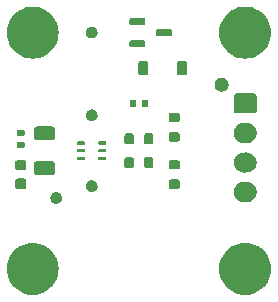
<source format=gts>
%TF.GenerationSoftware,KiCad,Pcbnew,8.0.2*%
%TF.CreationDate,2024-12-26T16:28:57-05:00*%
%TF.ProjectId,Lumen Sensor,4c756d65-6e20-4536-956e-736f722e6b69,rev?*%
%TF.SameCoordinates,Original*%
%TF.FileFunction,Soldermask,Top*%
%TF.FilePolarity,Negative*%
%FSLAX46Y46*%
G04 Gerber Fmt 4.6, Leading zero omitted, Abs format (unit mm)*
G04 Created by KiCad (PCBNEW 8.0.2) date 2024-12-26 16:28:57*
%MOMM*%
%LPD*%
G01*
G04 APERTURE LIST*
G04 APERTURE END LIST*
G36*
X99287158Y-62818821D02*
G01*
X99569402Y-62874963D01*
X99841904Y-62967465D01*
X100100000Y-63094744D01*
X100339275Y-63254623D01*
X100555635Y-63444365D01*
X100745377Y-63660725D01*
X100905256Y-63900000D01*
X101032535Y-64158096D01*
X101125037Y-64430598D01*
X101181179Y-64712842D01*
X101200000Y-65000000D01*
X101181179Y-65287158D01*
X101125037Y-65569402D01*
X101032535Y-65841904D01*
X100905256Y-66100000D01*
X100745377Y-66339275D01*
X100555635Y-66555635D01*
X100339275Y-66745377D01*
X100100000Y-66905256D01*
X99841904Y-67032535D01*
X99569402Y-67125037D01*
X99287158Y-67181179D01*
X99000000Y-67200000D01*
X98712842Y-67181179D01*
X98430598Y-67125037D01*
X98158096Y-67032535D01*
X97900000Y-66905256D01*
X97660725Y-66745377D01*
X97444365Y-66555635D01*
X97254623Y-66339275D01*
X97094744Y-66100000D01*
X96967465Y-65841904D01*
X96874963Y-65569402D01*
X96818821Y-65287158D01*
X96800000Y-65000000D01*
X96818821Y-64712842D01*
X96874963Y-64430598D01*
X96967465Y-64158096D01*
X97094744Y-63900000D01*
X97254623Y-63660725D01*
X97444365Y-63444365D01*
X97660725Y-63254623D01*
X97900000Y-63094744D01*
X98158096Y-62967465D01*
X98430598Y-62874963D01*
X98712842Y-62818821D01*
X99000000Y-62800000D01*
X99287158Y-62818821D01*
G37*
G36*
X117287158Y-62818821D02*
G01*
X117569402Y-62874963D01*
X117841904Y-62967465D01*
X118100000Y-63094744D01*
X118339275Y-63254623D01*
X118555635Y-63444365D01*
X118745377Y-63660725D01*
X118905256Y-63900000D01*
X119032535Y-64158096D01*
X119125037Y-64430598D01*
X119181179Y-64712842D01*
X119200000Y-65000000D01*
X119181179Y-65287158D01*
X119125037Y-65569402D01*
X119032535Y-65841904D01*
X118905256Y-66100000D01*
X118745377Y-66339275D01*
X118555635Y-66555635D01*
X118339275Y-66745377D01*
X118100000Y-66905256D01*
X117841904Y-67032535D01*
X117569402Y-67125037D01*
X117287158Y-67181179D01*
X117000000Y-67200000D01*
X116712842Y-67181179D01*
X116430598Y-67125037D01*
X116158096Y-67032535D01*
X115900000Y-66905256D01*
X115660725Y-66745377D01*
X115444365Y-66555635D01*
X115254623Y-66339275D01*
X115094744Y-66100000D01*
X114967465Y-65841904D01*
X114874963Y-65569402D01*
X114818821Y-65287158D01*
X114800000Y-65000000D01*
X114818821Y-64712842D01*
X114874963Y-64430598D01*
X114967465Y-64158096D01*
X115094744Y-63900000D01*
X115254623Y-63660725D01*
X115444365Y-63444365D01*
X115660725Y-63254623D01*
X115900000Y-63094744D01*
X116158096Y-62967465D01*
X116430598Y-62874963D01*
X116712842Y-62818821D01*
X117000000Y-62800000D01*
X117287158Y-62818821D01*
G37*
G36*
X101035381Y-58505089D02*
G01*
X101071157Y-58505089D01*
X101100235Y-58513627D01*
X101129296Y-58517453D01*
X101168332Y-58533622D01*
X101207708Y-58545184D01*
X101228491Y-58558540D01*
X101249783Y-58567360D01*
X101288798Y-58597297D01*
X101327430Y-58622125D01*
X101339883Y-58636497D01*
X101353249Y-58646753D01*
X101387899Y-58691910D01*
X101420627Y-58729680D01*
X101426134Y-58741738D01*
X101432638Y-58750215D01*
X101458322Y-58812222D01*
X101479746Y-58859134D01*
X101480805Y-58866500D01*
X101482546Y-58870703D01*
X101494880Y-58964390D01*
X101500000Y-59000000D01*
X101494879Y-59035612D01*
X101482546Y-59129296D01*
X101480805Y-59133498D01*
X101479746Y-59140866D01*
X101458321Y-59187780D01*
X101432639Y-59249783D01*
X101426134Y-59258259D01*
X101420627Y-59270320D01*
X101387887Y-59308103D01*
X101353247Y-59353247D01*
X101339887Y-59363498D01*
X101327430Y-59377875D01*
X101288788Y-59402708D01*
X101249783Y-59432639D01*
X101228496Y-59441456D01*
X101207708Y-59454816D01*
X101168323Y-59466380D01*
X101129296Y-59482546D01*
X101100241Y-59486371D01*
X101071157Y-59494911D01*
X101035374Y-59494911D01*
X101000000Y-59499568D01*
X100964626Y-59494911D01*
X100928843Y-59494911D01*
X100899759Y-59486371D01*
X100870703Y-59482546D01*
X100831672Y-59466379D01*
X100792292Y-59454816D01*
X100771505Y-59441457D01*
X100750216Y-59432639D01*
X100711204Y-59402704D01*
X100672570Y-59377875D01*
X100660114Y-59363500D01*
X100646752Y-59353247D01*
X100612103Y-59308093D01*
X100579373Y-59270320D01*
X100573866Y-59258262D01*
X100567360Y-59249783D01*
X100541668Y-59187757D01*
X100520254Y-59140866D01*
X100519195Y-59133502D01*
X100517453Y-59129296D01*
X100505108Y-59035529D01*
X100500000Y-59000000D01*
X100505108Y-58964473D01*
X100517453Y-58870703D01*
X100519195Y-58866496D01*
X100520254Y-58859134D01*
X100541666Y-58812245D01*
X100567361Y-58750215D01*
X100573867Y-58741735D01*
X100579373Y-58729680D01*
X100612089Y-58691923D01*
X100646751Y-58646751D01*
X100660120Y-58636491D01*
X100672570Y-58622125D01*
X100711192Y-58597303D01*
X100750215Y-58567361D01*
X100771508Y-58558541D01*
X100792292Y-58545184D01*
X100831665Y-58533622D01*
X100870703Y-58517453D01*
X100899765Y-58513626D01*
X100928843Y-58505089D01*
X100964618Y-58505089D01*
X101000000Y-58500431D01*
X101035381Y-58505089D01*
G37*
G36*
X117208315Y-57654093D02*
G01*
X117371742Y-57686601D01*
X117525687Y-57750367D01*
X117664234Y-57842941D01*
X117782059Y-57960766D01*
X117874633Y-58099313D01*
X117938399Y-58253258D01*
X117970907Y-58416685D01*
X117970907Y-58583315D01*
X117938399Y-58746742D01*
X117874633Y-58900687D01*
X117782059Y-59039234D01*
X117664234Y-59157059D01*
X117525687Y-59249633D01*
X117371742Y-59313399D01*
X117208315Y-59345907D01*
X116875000Y-59350000D01*
X116791685Y-59345907D01*
X116628258Y-59313399D01*
X116474313Y-59249633D01*
X116335766Y-59157059D01*
X116217941Y-59039234D01*
X116125367Y-58900687D01*
X116061601Y-58746742D01*
X116029093Y-58583315D01*
X116029093Y-58416685D01*
X116061601Y-58253258D01*
X116125367Y-58099313D01*
X116217941Y-57960766D01*
X116335766Y-57842941D01*
X116474313Y-57750367D01*
X116628258Y-57686601D01*
X116791685Y-57654093D01*
X117125000Y-57650000D01*
X117208315Y-57654093D01*
G37*
G36*
X104035381Y-57505089D02*
G01*
X104071157Y-57505089D01*
X104100235Y-57513627D01*
X104129296Y-57517453D01*
X104168332Y-57533622D01*
X104207708Y-57545184D01*
X104228491Y-57558540D01*
X104249783Y-57567360D01*
X104288798Y-57597297D01*
X104327430Y-57622125D01*
X104339883Y-57636497D01*
X104353249Y-57646753D01*
X104387899Y-57691910D01*
X104420627Y-57729680D01*
X104426134Y-57741738D01*
X104432638Y-57750215D01*
X104458322Y-57812222D01*
X104479746Y-57859134D01*
X104480805Y-57866500D01*
X104482546Y-57870703D01*
X104494880Y-57964390D01*
X104500000Y-58000000D01*
X104494879Y-58035612D01*
X104482546Y-58129296D01*
X104480805Y-58133498D01*
X104479746Y-58140866D01*
X104458321Y-58187780D01*
X104432639Y-58249783D01*
X104426134Y-58258259D01*
X104420627Y-58270320D01*
X104387887Y-58308103D01*
X104353247Y-58353247D01*
X104339887Y-58363498D01*
X104327430Y-58377875D01*
X104288788Y-58402708D01*
X104249783Y-58432639D01*
X104228496Y-58441456D01*
X104207708Y-58454816D01*
X104168323Y-58466380D01*
X104129296Y-58482546D01*
X104100241Y-58486371D01*
X104071157Y-58494911D01*
X104035374Y-58494911D01*
X104000000Y-58499568D01*
X103964626Y-58494911D01*
X103928843Y-58494911D01*
X103899759Y-58486371D01*
X103870703Y-58482546D01*
X103831672Y-58466379D01*
X103792292Y-58454816D01*
X103771505Y-58441457D01*
X103750216Y-58432639D01*
X103711204Y-58402704D01*
X103672570Y-58377875D01*
X103660114Y-58363500D01*
X103646752Y-58353247D01*
X103612103Y-58308093D01*
X103579373Y-58270320D01*
X103573866Y-58258262D01*
X103567360Y-58249783D01*
X103541668Y-58187757D01*
X103520254Y-58140866D01*
X103519195Y-58133502D01*
X103517453Y-58129296D01*
X103505108Y-58035529D01*
X103500000Y-58000000D01*
X103505108Y-57964473D01*
X103517453Y-57870703D01*
X103519195Y-57866496D01*
X103520254Y-57859134D01*
X103541666Y-57812245D01*
X103567361Y-57750215D01*
X103573867Y-57741735D01*
X103579373Y-57729680D01*
X103612089Y-57691923D01*
X103646751Y-57646751D01*
X103660120Y-57636491D01*
X103672570Y-57622125D01*
X103711192Y-57597303D01*
X103750215Y-57567361D01*
X103771508Y-57558541D01*
X103792292Y-57545184D01*
X103831665Y-57533622D01*
X103870703Y-57517453D01*
X103899765Y-57513626D01*
X103928843Y-57505089D01*
X103964618Y-57505089D01*
X104000000Y-57500431D01*
X104035381Y-57505089D01*
G37*
G36*
X98339962Y-57366651D02*
G01*
X98410930Y-57414070D01*
X98458349Y-57485038D01*
X98475000Y-57568750D01*
X98475000Y-58006250D01*
X98458349Y-58089962D01*
X98410930Y-58160930D01*
X98339962Y-58208349D01*
X98256250Y-58225000D01*
X97743750Y-58225000D01*
X97660038Y-58208349D01*
X97589070Y-58160930D01*
X97541651Y-58089962D01*
X97525000Y-58006250D01*
X97525000Y-57568750D01*
X97541651Y-57485038D01*
X97589070Y-57414070D01*
X97660038Y-57366651D01*
X97743750Y-57350000D01*
X98256250Y-57350000D01*
X98339962Y-57366651D01*
G37*
G36*
X111351537Y-57440224D02*
G01*
X111416421Y-57483579D01*
X111459776Y-57548463D01*
X111475000Y-57625000D01*
X111475000Y-58025000D01*
X111459776Y-58101537D01*
X111416421Y-58166421D01*
X111351537Y-58209776D01*
X111275000Y-58225000D01*
X110725000Y-58225000D01*
X110648463Y-58209776D01*
X110583579Y-58166421D01*
X110540224Y-58101537D01*
X110525000Y-58025000D01*
X110525000Y-57625000D01*
X110540224Y-57548463D01*
X110583579Y-57483579D01*
X110648463Y-57440224D01*
X110725000Y-57425000D01*
X111275000Y-57425000D01*
X111351537Y-57440224D01*
G37*
G36*
X100654047Y-55900805D02*
G01*
X100705408Y-55906764D01*
X100722954Y-55914511D01*
X100745671Y-55919030D01*
X100769991Y-55935280D01*
X100790793Y-55944465D01*
X100805000Y-55958672D01*
X100826777Y-55973223D01*
X100841327Y-55994999D01*
X100855534Y-56009206D01*
X100864718Y-56030006D01*
X100880970Y-56054329D01*
X100885489Y-56077048D01*
X100893235Y-56094591D01*
X100899192Y-56145940D01*
X100900000Y-56150000D01*
X100900000Y-56800000D01*
X100899192Y-56804059D01*
X100893235Y-56855408D01*
X100885489Y-56872950D01*
X100880970Y-56895671D01*
X100864716Y-56919995D01*
X100855534Y-56940793D01*
X100841329Y-56954997D01*
X100826777Y-56976777D01*
X100804997Y-56991329D01*
X100790793Y-57005534D01*
X100769995Y-57014716D01*
X100745671Y-57030970D01*
X100722950Y-57035489D01*
X100705408Y-57043235D01*
X100654061Y-57049192D01*
X100650000Y-57050000D01*
X99350000Y-57050000D01*
X99345941Y-57049192D01*
X99294591Y-57043235D01*
X99277048Y-57035489D01*
X99254329Y-57030970D01*
X99230006Y-57014718D01*
X99209206Y-57005534D01*
X99194999Y-56991327D01*
X99173223Y-56976777D01*
X99158672Y-56955000D01*
X99144465Y-56940793D01*
X99135280Y-56919991D01*
X99119030Y-56895671D01*
X99114511Y-56872954D01*
X99106764Y-56855408D01*
X99100805Y-56804049D01*
X99100000Y-56800000D01*
X99100000Y-56150000D01*
X99100804Y-56145953D01*
X99106764Y-56094591D01*
X99114511Y-56077043D01*
X99119030Y-56054329D01*
X99135278Y-56030010D01*
X99144465Y-56009206D01*
X99158674Y-55994996D01*
X99173223Y-55973223D01*
X99194996Y-55958674D01*
X99209206Y-55944465D01*
X99230010Y-55935278D01*
X99254329Y-55919030D01*
X99277043Y-55914511D01*
X99294591Y-55906764D01*
X99345952Y-55900805D01*
X99350000Y-55900000D01*
X100650000Y-55900000D01*
X100654047Y-55900805D01*
G37*
G36*
X117208315Y-55154093D02*
G01*
X117371742Y-55186601D01*
X117525687Y-55250367D01*
X117664234Y-55342941D01*
X117782059Y-55460766D01*
X117874633Y-55599313D01*
X117938399Y-55753258D01*
X117970907Y-55916685D01*
X117970907Y-56083315D01*
X117938399Y-56246742D01*
X117874633Y-56400687D01*
X117782059Y-56539234D01*
X117664234Y-56657059D01*
X117525687Y-56749633D01*
X117371742Y-56813399D01*
X117208315Y-56845907D01*
X116875000Y-56850000D01*
X116791685Y-56845907D01*
X116628258Y-56813399D01*
X116474313Y-56749633D01*
X116335766Y-56657059D01*
X116217941Y-56539234D01*
X116125367Y-56400687D01*
X116061601Y-56246742D01*
X116029093Y-56083315D01*
X116029093Y-55916685D01*
X116061601Y-55753258D01*
X116125367Y-55599313D01*
X116217941Y-55460766D01*
X116335766Y-55342941D01*
X116474313Y-55250367D01*
X116628258Y-55186601D01*
X116791685Y-55154093D01*
X117125000Y-55150000D01*
X117208315Y-55154093D01*
G37*
G36*
X98339962Y-55791651D02*
G01*
X98410930Y-55839070D01*
X98458349Y-55910038D01*
X98475000Y-55993750D01*
X98475000Y-56431250D01*
X98458349Y-56514962D01*
X98410930Y-56585930D01*
X98339962Y-56633349D01*
X98256250Y-56650000D01*
X97743750Y-56650000D01*
X97660038Y-56633349D01*
X97589070Y-56585930D01*
X97541651Y-56514962D01*
X97525000Y-56431250D01*
X97525000Y-55993750D01*
X97541651Y-55910038D01*
X97589070Y-55839070D01*
X97660038Y-55791651D01*
X97743750Y-55775000D01*
X98256250Y-55775000D01*
X98339962Y-55791651D01*
G37*
G36*
X111351537Y-55790224D02*
G01*
X111416421Y-55833579D01*
X111459776Y-55898463D01*
X111475000Y-55975000D01*
X111475000Y-56375000D01*
X111459776Y-56451537D01*
X111416421Y-56516421D01*
X111351537Y-56559776D01*
X111275000Y-56575000D01*
X110725000Y-56575000D01*
X110648463Y-56559776D01*
X110583579Y-56516421D01*
X110540224Y-56451537D01*
X110525000Y-56375000D01*
X110525000Y-55975000D01*
X110540224Y-55898463D01*
X110583579Y-55833579D01*
X110648463Y-55790224D01*
X110725000Y-55775000D01*
X111275000Y-55775000D01*
X111351537Y-55790224D01*
G37*
G36*
X107451537Y-55540224D02*
G01*
X107516421Y-55583579D01*
X107559776Y-55648463D01*
X107575000Y-55725000D01*
X107575000Y-56275000D01*
X107559776Y-56351537D01*
X107516421Y-56416421D01*
X107451537Y-56459776D01*
X107375000Y-56475000D01*
X106975000Y-56475000D01*
X106898463Y-56459776D01*
X106833579Y-56416421D01*
X106790224Y-56351537D01*
X106775000Y-56275000D01*
X106775000Y-55725000D01*
X106790224Y-55648463D01*
X106833579Y-55583579D01*
X106898463Y-55540224D01*
X106975000Y-55525000D01*
X107375000Y-55525000D01*
X107451537Y-55540224D01*
G37*
G36*
X109101537Y-55540224D02*
G01*
X109166421Y-55583579D01*
X109209776Y-55648463D01*
X109225000Y-55725000D01*
X109225000Y-56275000D01*
X109209776Y-56351537D01*
X109166421Y-56416421D01*
X109101537Y-56459776D01*
X109025000Y-56475000D01*
X108625000Y-56475000D01*
X108548463Y-56459776D01*
X108483579Y-56416421D01*
X108440224Y-56351537D01*
X108425000Y-56275000D01*
X108425000Y-55725000D01*
X108440224Y-55648463D01*
X108483579Y-55583579D01*
X108548463Y-55540224D01*
X108625000Y-55525000D01*
X109025000Y-55525000D01*
X109101537Y-55540224D01*
G37*
G36*
X103378701Y-55505709D02*
G01*
X103403033Y-55521967D01*
X103419291Y-55546299D01*
X103425000Y-55575000D01*
X103425000Y-55725000D01*
X103419291Y-55753701D01*
X103403033Y-55778033D01*
X103378701Y-55794291D01*
X103350000Y-55800000D01*
X102850000Y-55800000D01*
X102821299Y-55794291D01*
X102796967Y-55778033D01*
X102780709Y-55753701D01*
X102775000Y-55725000D01*
X102775000Y-55575000D01*
X102780709Y-55546299D01*
X102796967Y-55521967D01*
X102821299Y-55505709D01*
X102850000Y-55500000D01*
X103350000Y-55500000D01*
X103378701Y-55505709D01*
G37*
G36*
X105178701Y-55505709D02*
G01*
X105203033Y-55521967D01*
X105219291Y-55546299D01*
X105225000Y-55575000D01*
X105225000Y-55725000D01*
X105219291Y-55753701D01*
X105203033Y-55778033D01*
X105178701Y-55794291D01*
X105150000Y-55800000D01*
X104650000Y-55800000D01*
X104621299Y-55794291D01*
X104596967Y-55778033D01*
X104580709Y-55753701D01*
X104575000Y-55725000D01*
X104575000Y-55575000D01*
X104580709Y-55546299D01*
X104596967Y-55521967D01*
X104621299Y-55505709D01*
X104650000Y-55500000D01*
X105150000Y-55500000D01*
X105178701Y-55505709D01*
G37*
G36*
X103378701Y-54855709D02*
G01*
X103403033Y-54871967D01*
X103419291Y-54896299D01*
X103425000Y-54925000D01*
X103425000Y-55075000D01*
X103419291Y-55103701D01*
X103403033Y-55128033D01*
X103378701Y-55144291D01*
X103350000Y-55150000D01*
X102850000Y-55150000D01*
X102821299Y-55144291D01*
X102796967Y-55128033D01*
X102780709Y-55103701D01*
X102775000Y-55075000D01*
X102775000Y-54925000D01*
X102780709Y-54896299D01*
X102796967Y-54871967D01*
X102821299Y-54855709D01*
X102850000Y-54850000D01*
X103350000Y-54850000D01*
X103378701Y-54855709D01*
G37*
G36*
X105178701Y-54855709D02*
G01*
X105203033Y-54871967D01*
X105219291Y-54896299D01*
X105225000Y-54925000D01*
X105225000Y-55075000D01*
X105219291Y-55103701D01*
X105203033Y-55128033D01*
X105178701Y-55144291D01*
X105150000Y-55150000D01*
X104650000Y-55150000D01*
X104621299Y-55144291D01*
X104596967Y-55128033D01*
X104580709Y-55103701D01*
X104575000Y-55075000D01*
X104575000Y-54925000D01*
X104580709Y-54896299D01*
X104596967Y-54871967D01*
X104621299Y-54855709D01*
X104650000Y-54850000D01*
X105150000Y-54850000D01*
X105178701Y-54855709D01*
G37*
G36*
X98236662Y-54250276D02*
G01*
X98280459Y-54279541D01*
X98309724Y-54323338D01*
X98320000Y-54375000D01*
X98320000Y-54645000D01*
X98309724Y-54696662D01*
X98280459Y-54740459D01*
X98236662Y-54769724D01*
X98185000Y-54780000D01*
X97815000Y-54780000D01*
X97763338Y-54769724D01*
X97719541Y-54740459D01*
X97690276Y-54696662D01*
X97680000Y-54645000D01*
X97680000Y-54375000D01*
X97690276Y-54323338D01*
X97719541Y-54279541D01*
X97763338Y-54250276D01*
X97815000Y-54240000D01*
X98185000Y-54240000D01*
X98236662Y-54250276D01*
G37*
G36*
X103378701Y-54205709D02*
G01*
X103403033Y-54221967D01*
X103419291Y-54246299D01*
X103425000Y-54275000D01*
X103425000Y-54425000D01*
X103419291Y-54453701D01*
X103403033Y-54478033D01*
X103378701Y-54494291D01*
X103350000Y-54500000D01*
X102850000Y-54500000D01*
X102821299Y-54494291D01*
X102796967Y-54478033D01*
X102780709Y-54453701D01*
X102775000Y-54425000D01*
X102775000Y-54275000D01*
X102780709Y-54246299D01*
X102796967Y-54221967D01*
X102821299Y-54205709D01*
X102850000Y-54200000D01*
X103350000Y-54200000D01*
X103378701Y-54205709D01*
G37*
G36*
X105178701Y-54205709D02*
G01*
X105203033Y-54221967D01*
X105219291Y-54246299D01*
X105225000Y-54275000D01*
X105225000Y-54425000D01*
X105219291Y-54453701D01*
X105203033Y-54478033D01*
X105178701Y-54494291D01*
X105150000Y-54500000D01*
X104650000Y-54500000D01*
X104621299Y-54494291D01*
X104596967Y-54478033D01*
X104580709Y-54453701D01*
X104575000Y-54425000D01*
X104575000Y-54275000D01*
X104580709Y-54246299D01*
X104596967Y-54221967D01*
X104621299Y-54205709D01*
X104650000Y-54200000D01*
X105150000Y-54200000D01*
X105178701Y-54205709D01*
G37*
G36*
X107451537Y-53540224D02*
G01*
X107516421Y-53583579D01*
X107559776Y-53648463D01*
X107575000Y-53725000D01*
X107575000Y-54275000D01*
X107559776Y-54351537D01*
X107516421Y-54416421D01*
X107451537Y-54459776D01*
X107375000Y-54475000D01*
X106975000Y-54475000D01*
X106898463Y-54459776D01*
X106833579Y-54416421D01*
X106790224Y-54351537D01*
X106775000Y-54275000D01*
X106775000Y-53725000D01*
X106790224Y-53648463D01*
X106833579Y-53583579D01*
X106898463Y-53540224D01*
X106975000Y-53525000D01*
X107375000Y-53525000D01*
X107451537Y-53540224D01*
G37*
G36*
X109101537Y-53540224D02*
G01*
X109166421Y-53583579D01*
X109209776Y-53648463D01*
X109225000Y-53725000D01*
X109225000Y-54275000D01*
X109209776Y-54351537D01*
X109166421Y-54416421D01*
X109101537Y-54459776D01*
X109025000Y-54475000D01*
X108625000Y-54475000D01*
X108548463Y-54459776D01*
X108483579Y-54416421D01*
X108440224Y-54351537D01*
X108425000Y-54275000D01*
X108425000Y-53725000D01*
X108440224Y-53648463D01*
X108483579Y-53583579D01*
X108548463Y-53540224D01*
X108625000Y-53525000D01*
X109025000Y-53525000D01*
X109101537Y-53540224D01*
G37*
G36*
X117208315Y-52654093D02*
G01*
X117371742Y-52686601D01*
X117525687Y-52750367D01*
X117664234Y-52842941D01*
X117782059Y-52960766D01*
X117874633Y-53099313D01*
X117938399Y-53253258D01*
X117970907Y-53416685D01*
X117970907Y-53583315D01*
X117938399Y-53746742D01*
X117874633Y-53900687D01*
X117782059Y-54039234D01*
X117664234Y-54157059D01*
X117525687Y-54249633D01*
X117371742Y-54313399D01*
X117208315Y-54345907D01*
X116875000Y-54350000D01*
X116791685Y-54345907D01*
X116628258Y-54313399D01*
X116474313Y-54249633D01*
X116335766Y-54157059D01*
X116217941Y-54039234D01*
X116125367Y-53900687D01*
X116061601Y-53746742D01*
X116029093Y-53583315D01*
X116029093Y-53416685D01*
X116061601Y-53253258D01*
X116125367Y-53099313D01*
X116217941Y-52960766D01*
X116335766Y-52842941D01*
X116474313Y-52750367D01*
X116628258Y-52686601D01*
X116791685Y-52654093D01*
X117125000Y-52650000D01*
X117208315Y-52654093D01*
G37*
G36*
X111351537Y-53440224D02*
G01*
X111416421Y-53483579D01*
X111459776Y-53548463D01*
X111475000Y-53625000D01*
X111475000Y-54025000D01*
X111459776Y-54101537D01*
X111416421Y-54166421D01*
X111351537Y-54209776D01*
X111275000Y-54225000D01*
X110725000Y-54225000D01*
X110648463Y-54209776D01*
X110583579Y-54166421D01*
X110540224Y-54101537D01*
X110525000Y-54025000D01*
X110525000Y-53625000D01*
X110540224Y-53548463D01*
X110583579Y-53483579D01*
X110648463Y-53440224D01*
X110725000Y-53425000D01*
X111275000Y-53425000D01*
X111351537Y-53440224D01*
G37*
G36*
X100654047Y-52950805D02*
G01*
X100705408Y-52956764D01*
X100722954Y-52964511D01*
X100745671Y-52969030D01*
X100769991Y-52985280D01*
X100790793Y-52994465D01*
X100805000Y-53008672D01*
X100826777Y-53023223D01*
X100841327Y-53044999D01*
X100855534Y-53059206D01*
X100864718Y-53080006D01*
X100880970Y-53104329D01*
X100885489Y-53127048D01*
X100893235Y-53144591D01*
X100899192Y-53195940D01*
X100900000Y-53200000D01*
X100900000Y-53850000D01*
X100899192Y-53854059D01*
X100893235Y-53905408D01*
X100885489Y-53922950D01*
X100880970Y-53945671D01*
X100864716Y-53969995D01*
X100855534Y-53990793D01*
X100841329Y-54004997D01*
X100826777Y-54026777D01*
X100804997Y-54041329D01*
X100790793Y-54055534D01*
X100769995Y-54064716D01*
X100745671Y-54080970D01*
X100722950Y-54085489D01*
X100705408Y-54093235D01*
X100654061Y-54099192D01*
X100650000Y-54100000D01*
X99350000Y-54100000D01*
X99345941Y-54099192D01*
X99294591Y-54093235D01*
X99277048Y-54085489D01*
X99254329Y-54080970D01*
X99230006Y-54064718D01*
X99209206Y-54055534D01*
X99194999Y-54041327D01*
X99173223Y-54026777D01*
X99158672Y-54005000D01*
X99144465Y-53990793D01*
X99135280Y-53969991D01*
X99119030Y-53945671D01*
X99114511Y-53922954D01*
X99106764Y-53905408D01*
X99100805Y-53854049D01*
X99100000Y-53850000D01*
X99100000Y-53200000D01*
X99100804Y-53195953D01*
X99106764Y-53144591D01*
X99114511Y-53127043D01*
X99119030Y-53104329D01*
X99135278Y-53080010D01*
X99144465Y-53059206D01*
X99158674Y-53044996D01*
X99173223Y-53023223D01*
X99194996Y-53008674D01*
X99209206Y-52994465D01*
X99230010Y-52985278D01*
X99254329Y-52969030D01*
X99277043Y-52964511D01*
X99294591Y-52956764D01*
X99345952Y-52950805D01*
X99350000Y-52950000D01*
X100650000Y-52950000D01*
X100654047Y-52950805D01*
G37*
G36*
X98236662Y-53230276D02*
G01*
X98280459Y-53259541D01*
X98309724Y-53303338D01*
X98320000Y-53355000D01*
X98320000Y-53625000D01*
X98309724Y-53676662D01*
X98280459Y-53720459D01*
X98236662Y-53749724D01*
X98185000Y-53760000D01*
X97815000Y-53760000D01*
X97763338Y-53749724D01*
X97719541Y-53720459D01*
X97690276Y-53676662D01*
X97680000Y-53625000D01*
X97680000Y-53355000D01*
X97690276Y-53303338D01*
X97719541Y-53259541D01*
X97763338Y-53230276D01*
X97815000Y-53220000D01*
X98185000Y-53220000D01*
X98236662Y-53230276D01*
G37*
G36*
X111351537Y-51790224D02*
G01*
X111416421Y-51833579D01*
X111459776Y-51898463D01*
X111475000Y-51975000D01*
X111475000Y-52375000D01*
X111459776Y-52451537D01*
X111416421Y-52516421D01*
X111351537Y-52559776D01*
X111275000Y-52575000D01*
X110725000Y-52575000D01*
X110648463Y-52559776D01*
X110583579Y-52516421D01*
X110540224Y-52451537D01*
X110525000Y-52375000D01*
X110525000Y-51975000D01*
X110540224Y-51898463D01*
X110583579Y-51833579D01*
X110648463Y-51790224D01*
X110725000Y-51775000D01*
X111275000Y-51775000D01*
X111351537Y-51790224D01*
G37*
G36*
X104035381Y-51505089D02*
G01*
X104071157Y-51505089D01*
X104100235Y-51513627D01*
X104129296Y-51517453D01*
X104168332Y-51533622D01*
X104207708Y-51545184D01*
X104228491Y-51558540D01*
X104249783Y-51567360D01*
X104288798Y-51597297D01*
X104327430Y-51622125D01*
X104339883Y-51636497D01*
X104353249Y-51646753D01*
X104387899Y-51691910D01*
X104420627Y-51729680D01*
X104426134Y-51741738D01*
X104432638Y-51750215D01*
X104458322Y-51812222D01*
X104479746Y-51859134D01*
X104480805Y-51866500D01*
X104482546Y-51870703D01*
X104494880Y-51964390D01*
X104500000Y-52000000D01*
X104494879Y-52035612D01*
X104482546Y-52129296D01*
X104480805Y-52133498D01*
X104479746Y-52140866D01*
X104458321Y-52187780D01*
X104432639Y-52249783D01*
X104426134Y-52258259D01*
X104420627Y-52270320D01*
X104387887Y-52308103D01*
X104353247Y-52353247D01*
X104339887Y-52363498D01*
X104327430Y-52377875D01*
X104288788Y-52402708D01*
X104249783Y-52432639D01*
X104228496Y-52441456D01*
X104207708Y-52454816D01*
X104168323Y-52466380D01*
X104129296Y-52482546D01*
X104100241Y-52486371D01*
X104071157Y-52494911D01*
X104035374Y-52494911D01*
X104000000Y-52499568D01*
X103964626Y-52494911D01*
X103928843Y-52494911D01*
X103899759Y-52486371D01*
X103870703Y-52482546D01*
X103831672Y-52466379D01*
X103792292Y-52454816D01*
X103771505Y-52441457D01*
X103750216Y-52432639D01*
X103711204Y-52402704D01*
X103672570Y-52377875D01*
X103660114Y-52363500D01*
X103646752Y-52353247D01*
X103612103Y-52308093D01*
X103579373Y-52270320D01*
X103573866Y-52258262D01*
X103567360Y-52249783D01*
X103541668Y-52187757D01*
X103520254Y-52140866D01*
X103519195Y-52133502D01*
X103517453Y-52129296D01*
X103505108Y-52035529D01*
X103500000Y-52000000D01*
X103505108Y-51964473D01*
X103517453Y-51870703D01*
X103519195Y-51866496D01*
X103520254Y-51859134D01*
X103541666Y-51812245D01*
X103567361Y-51750215D01*
X103573867Y-51741735D01*
X103579373Y-51729680D01*
X103612089Y-51691923D01*
X103646751Y-51646751D01*
X103660120Y-51636491D01*
X103672570Y-51622125D01*
X103711192Y-51597303D01*
X103750215Y-51567361D01*
X103771508Y-51558541D01*
X103792292Y-51545184D01*
X103831665Y-51533622D01*
X103870703Y-51517453D01*
X103899765Y-51513626D01*
X103928843Y-51505089D01*
X103964618Y-51505089D01*
X104000000Y-51500431D01*
X104035381Y-51505089D01*
G37*
G36*
X117729047Y-50150805D02*
G01*
X117780408Y-50156764D01*
X117797954Y-50164511D01*
X117820671Y-50169030D01*
X117844991Y-50185280D01*
X117865793Y-50194465D01*
X117880000Y-50208672D01*
X117901777Y-50223223D01*
X117916327Y-50244999D01*
X117930534Y-50259206D01*
X117939718Y-50280006D01*
X117955970Y-50304329D01*
X117960489Y-50327048D01*
X117968235Y-50344591D01*
X117974192Y-50395940D01*
X117975000Y-50400000D01*
X117975000Y-51600000D01*
X117974192Y-51604059D01*
X117968235Y-51655408D01*
X117960489Y-51672950D01*
X117955970Y-51695671D01*
X117939716Y-51719995D01*
X117930534Y-51740793D01*
X117916329Y-51754997D01*
X117901777Y-51776777D01*
X117879997Y-51791329D01*
X117865793Y-51805534D01*
X117844995Y-51814716D01*
X117820671Y-51830970D01*
X117797950Y-51835489D01*
X117780408Y-51843235D01*
X117729061Y-51849192D01*
X117725000Y-51850000D01*
X116275000Y-51850000D01*
X116270941Y-51849192D01*
X116219591Y-51843235D01*
X116202048Y-51835489D01*
X116179329Y-51830970D01*
X116155006Y-51814718D01*
X116134206Y-51805534D01*
X116119999Y-51791327D01*
X116098223Y-51776777D01*
X116083672Y-51755000D01*
X116069465Y-51740793D01*
X116060280Y-51719991D01*
X116044030Y-51695671D01*
X116039511Y-51672954D01*
X116031764Y-51655408D01*
X116025805Y-51604049D01*
X116025000Y-51600000D01*
X116025000Y-50400000D01*
X116025804Y-50395953D01*
X116031764Y-50344591D01*
X116039511Y-50327043D01*
X116044030Y-50304329D01*
X116060278Y-50280010D01*
X116069465Y-50259206D01*
X116083674Y-50244996D01*
X116098223Y-50223223D01*
X116119996Y-50208674D01*
X116134206Y-50194465D01*
X116155010Y-50185278D01*
X116179329Y-50169030D01*
X116202043Y-50164511D01*
X116219591Y-50156764D01*
X116270952Y-50150805D01*
X116275000Y-50150000D01*
X117725000Y-50150000D01*
X117729047Y-50150805D01*
G37*
G36*
X107676662Y-50690276D02*
G01*
X107720459Y-50719541D01*
X107749724Y-50763338D01*
X107760000Y-50815000D01*
X107760000Y-51185000D01*
X107749724Y-51236662D01*
X107720459Y-51280459D01*
X107676662Y-51309724D01*
X107625000Y-51320000D01*
X107355000Y-51320000D01*
X107303338Y-51309724D01*
X107259541Y-51280459D01*
X107230276Y-51236662D01*
X107220000Y-51185000D01*
X107220000Y-50815000D01*
X107230276Y-50763338D01*
X107259541Y-50719541D01*
X107303338Y-50690276D01*
X107355000Y-50680000D01*
X107625000Y-50680000D01*
X107676662Y-50690276D01*
G37*
G36*
X108696662Y-50690276D02*
G01*
X108740459Y-50719541D01*
X108769724Y-50763338D01*
X108780000Y-50815000D01*
X108780000Y-51185000D01*
X108769724Y-51236662D01*
X108740459Y-51280459D01*
X108696662Y-51309724D01*
X108645000Y-51320000D01*
X108375000Y-51320000D01*
X108323338Y-51309724D01*
X108279541Y-51280459D01*
X108250276Y-51236662D01*
X108240000Y-51185000D01*
X108240000Y-50815000D01*
X108250276Y-50763338D01*
X108279541Y-50719541D01*
X108323338Y-50690276D01*
X108375000Y-50680000D01*
X108645000Y-50680000D01*
X108696662Y-50690276D01*
G37*
G36*
X115035995Y-48804739D02*
G01*
X115072278Y-48804739D01*
X115113880Y-48814993D01*
X115155291Y-48820445D01*
X115183638Y-48832186D01*
X115212632Y-48839333D01*
X115256591Y-48862404D01*
X115300000Y-48880385D01*
X115319804Y-48895581D01*
X115340629Y-48906511D01*
X115383202Y-48944228D01*
X115424264Y-48975736D01*
X115435935Y-48990946D01*
X115448832Y-49002372D01*
X115485821Y-49055959D01*
X115519615Y-49100000D01*
X115524707Y-49112293D01*
X115530948Y-49121335D01*
X115558020Y-49192719D01*
X115579555Y-49244709D01*
X115580521Y-49252050D01*
X115582209Y-49256500D01*
X115595278Y-49364140D01*
X115600000Y-49400000D01*
X115595278Y-49435862D01*
X115582209Y-49543499D01*
X115580521Y-49547947D01*
X115579555Y-49555291D01*
X115558015Y-49607291D01*
X115530948Y-49678664D01*
X115524708Y-49687703D01*
X115519615Y-49700000D01*
X115485814Y-49744049D01*
X115448832Y-49797627D01*
X115435937Y-49809050D01*
X115424264Y-49824264D01*
X115383194Y-49855777D01*
X115340629Y-49893488D01*
X115319808Y-49904415D01*
X115300000Y-49919615D01*
X115256582Y-49937598D01*
X115212632Y-49960666D01*
X115183642Y-49967811D01*
X115155291Y-49979555D01*
X115113877Y-49985007D01*
X115072278Y-49995261D01*
X115035995Y-49995261D01*
X115000000Y-50000000D01*
X114964005Y-49995261D01*
X114927722Y-49995261D01*
X114886121Y-49985007D01*
X114844709Y-49979555D01*
X114816358Y-49967811D01*
X114787367Y-49960666D01*
X114743412Y-49937596D01*
X114700000Y-49919615D01*
X114680193Y-49904417D01*
X114659370Y-49893488D01*
X114616798Y-49855772D01*
X114575736Y-49824264D01*
X114564064Y-49809053D01*
X114551167Y-49797627D01*
X114514175Y-49744036D01*
X114480385Y-49700000D01*
X114475293Y-49687707D01*
X114469051Y-49678664D01*
X114441972Y-49607262D01*
X114420445Y-49555291D01*
X114419478Y-49547951D01*
X114417790Y-49543499D01*
X114404708Y-49435764D01*
X114400000Y-49400000D01*
X114404708Y-49364238D01*
X114417790Y-49256500D01*
X114419478Y-49252046D01*
X114420445Y-49244709D01*
X114441967Y-49192748D01*
X114469051Y-49121335D01*
X114475294Y-49112290D01*
X114480385Y-49100000D01*
X114514168Y-49055972D01*
X114551167Y-49002372D01*
X114564066Y-48990943D01*
X114575736Y-48975736D01*
X114616789Y-48944234D01*
X114659370Y-48906511D01*
X114680197Y-48895579D01*
X114700000Y-48880385D01*
X114743403Y-48862406D01*
X114787367Y-48839333D01*
X114816363Y-48832186D01*
X114844709Y-48820445D01*
X114886118Y-48814993D01*
X114927722Y-48804739D01*
X114964005Y-48804739D01*
X115000000Y-48800000D01*
X115035995Y-48804739D01*
G37*
G36*
X108661104Y-47417127D02*
G01*
X108734099Y-47465901D01*
X108782873Y-47538896D01*
X108800000Y-47625000D01*
X108800000Y-48375000D01*
X108782873Y-48461104D01*
X108734099Y-48534099D01*
X108661104Y-48582873D01*
X108575000Y-48600000D01*
X108125000Y-48600000D01*
X108038896Y-48582873D01*
X107965901Y-48534099D01*
X107917127Y-48461104D01*
X107900000Y-48375000D01*
X107900000Y-47625000D01*
X107917127Y-47538896D01*
X107965901Y-47465901D01*
X108038896Y-47417127D01*
X108125000Y-47400000D01*
X108575000Y-47400000D01*
X108661104Y-47417127D01*
G37*
G36*
X111961104Y-47417127D02*
G01*
X112034099Y-47465901D01*
X112082873Y-47538896D01*
X112100000Y-47625000D01*
X112100000Y-48375000D01*
X112082873Y-48461104D01*
X112034099Y-48534099D01*
X111961104Y-48582873D01*
X111875000Y-48600000D01*
X111425000Y-48600000D01*
X111338896Y-48582873D01*
X111265901Y-48534099D01*
X111217127Y-48461104D01*
X111200000Y-48375000D01*
X111200000Y-47625000D01*
X111217127Y-47538896D01*
X111265901Y-47465901D01*
X111338896Y-47417127D01*
X111425000Y-47400000D01*
X111875000Y-47400000D01*
X111961104Y-47417127D01*
G37*
G36*
X99287158Y-42818821D02*
G01*
X99569402Y-42874963D01*
X99841904Y-42967465D01*
X100100000Y-43094744D01*
X100339275Y-43254623D01*
X100555635Y-43444365D01*
X100745377Y-43660725D01*
X100905256Y-43900000D01*
X101032535Y-44158096D01*
X101125037Y-44430598D01*
X101181179Y-44712842D01*
X101200000Y-45000000D01*
X101181179Y-45287158D01*
X101125037Y-45569402D01*
X101032535Y-45841904D01*
X100905256Y-46100000D01*
X100745377Y-46339275D01*
X100555635Y-46555635D01*
X100339275Y-46745377D01*
X100100000Y-46905256D01*
X99841904Y-47032535D01*
X99569402Y-47125037D01*
X99287158Y-47181179D01*
X99000000Y-47200000D01*
X98712842Y-47181179D01*
X98430598Y-47125037D01*
X98158096Y-47032535D01*
X97900000Y-46905256D01*
X97660725Y-46745377D01*
X97444365Y-46555635D01*
X97254623Y-46339275D01*
X97094744Y-46100000D01*
X96967465Y-45841904D01*
X96874963Y-45569402D01*
X96818821Y-45287158D01*
X96800000Y-45000000D01*
X96818821Y-44712842D01*
X96874963Y-44430598D01*
X96967465Y-44158096D01*
X97094744Y-43900000D01*
X97254623Y-43660725D01*
X97444365Y-43444365D01*
X97660725Y-43254623D01*
X97900000Y-43094744D01*
X98158096Y-42967465D01*
X98430598Y-42874963D01*
X98712842Y-42818821D01*
X99000000Y-42800000D01*
X99287158Y-42818821D01*
G37*
G36*
X117287158Y-42818821D02*
G01*
X117569402Y-42874963D01*
X117841904Y-42967465D01*
X118100000Y-43094744D01*
X118339275Y-43254623D01*
X118555635Y-43444365D01*
X118745377Y-43660725D01*
X118905256Y-43900000D01*
X119032535Y-44158096D01*
X119125037Y-44430598D01*
X119181179Y-44712842D01*
X119200000Y-45000000D01*
X119181179Y-45287158D01*
X119125037Y-45569402D01*
X119032535Y-45841904D01*
X118905256Y-46100000D01*
X118745377Y-46339275D01*
X118555635Y-46555635D01*
X118339275Y-46745377D01*
X118100000Y-46905256D01*
X117841904Y-47032535D01*
X117569402Y-47125037D01*
X117287158Y-47181179D01*
X117000000Y-47200000D01*
X116712842Y-47181179D01*
X116430598Y-47125037D01*
X116158096Y-47032535D01*
X115900000Y-46905256D01*
X115660725Y-46745377D01*
X115444365Y-46555635D01*
X115254623Y-46339275D01*
X115094744Y-46100000D01*
X114967465Y-45841904D01*
X114874963Y-45569402D01*
X114818821Y-45287158D01*
X114800000Y-45000000D01*
X114818821Y-44712842D01*
X114874963Y-44430598D01*
X114967465Y-44158096D01*
X115094744Y-43900000D01*
X115254623Y-43660725D01*
X115444365Y-43444365D01*
X115660725Y-43254623D01*
X115900000Y-43094744D01*
X116158096Y-42967465D01*
X116430598Y-42874963D01*
X116712842Y-42818821D01*
X117000000Y-42800000D01*
X117287158Y-42818821D01*
G37*
G36*
X108432403Y-45661418D02*
G01*
X108481066Y-45693934D01*
X108513582Y-45742597D01*
X108525000Y-45800000D01*
X108525000Y-46100000D01*
X108513582Y-46157403D01*
X108481066Y-46206066D01*
X108432403Y-46238582D01*
X108375000Y-46250000D01*
X107350000Y-46250000D01*
X107292597Y-46238582D01*
X107243934Y-46206066D01*
X107211418Y-46157403D01*
X107200000Y-46100000D01*
X107200000Y-45800000D01*
X107211418Y-45742597D01*
X107243934Y-45693934D01*
X107292597Y-45661418D01*
X107350000Y-45650000D01*
X108375000Y-45650000D01*
X108432403Y-45661418D01*
G37*
G36*
X104035381Y-44505089D02*
G01*
X104071157Y-44505089D01*
X104100235Y-44513627D01*
X104129296Y-44517453D01*
X104168332Y-44533622D01*
X104207708Y-44545184D01*
X104228491Y-44558540D01*
X104249783Y-44567360D01*
X104288798Y-44597297D01*
X104327430Y-44622125D01*
X104339883Y-44636497D01*
X104353249Y-44646753D01*
X104387899Y-44691910D01*
X104420627Y-44729680D01*
X104426134Y-44741738D01*
X104432638Y-44750215D01*
X104458322Y-44812222D01*
X104479746Y-44859134D01*
X104480805Y-44866500D01*
X104482546Y-44870703D01*
X104494880Y-44964390D01*
X104500000Y-45000000D01*
X104494879Y-45035612D01*
X104482546Y-45129296D01*
X104480805Y-45133498D01*
X104479746Y-45140866D01*
X104458321Y-45187780D01*
X104432639Y-45249783D01*
X104426134Y-45258259D01*
X104420627Y-45270320D01*
X104387887Y-45308103D01*
X104353247Y-45353247D01*
X104339887Y-45363498D01*
X104327430Y-45377875D01*
X104288788Y-45402708D01*
X104249783Y-45432639D01*
X104228496Y-45441456D01*
X104207708Y-45454816D01*
X104168323Y-45466380D01*
X104129296Y-45482546D01*
X104100241Y-45486371D01*
X104071157Y-45494911D01*
X104035374Y-45494911D01*
X104000000Y-45499568D01*
X103964626Y-45494911D01*
X103928843Y-45494911D01*
X103899759Y-45486371D01*
X103870703Y-45482546D01*
X103831672Y-45466379D01*
X103792292Y-45454816D01*
X103771505Y-45441457D01*
X103750216Y-45432639D01*
X103711204Y-45402704D01*
X103672570Y-45377875D01*
X103660114Y-45363500D01*
X103646752Y-45353247D01*
X103612103Y-45308093D01*
X103579373Y-45270320D01*
X103573866Y-45258262D01*
X103567360Y-45249783D01*
X103541668Y-45187757D01*
X103520254Y-45140866D01*
X103519195Y-45133502D01*
X103517453Y-45129296D01*
X103505108Y-45035529D01*
X103500000Y-45000000D01*
X103505108Y-44964473D01*
X103517453Y-44870703D01*
X103519195Y-44866496D01*
X103520254Y-44859134D01*
X103541666Y-44812245D01*
X103567361Y-44750215D01*
X103573867Y-44741735D01*
X103579373Y-44729680D01*
X103612089Y-44691923D01*
X103646751Y-44646751D01*
X103660120Y-44636491D01*
X103672570Y-44622125D01*
X103711192Y-44597303D01*
X103750215Y-44567361D01*
X103771508Y-44558541D01*
X103792292Y-44545184D01*
X103831665Y-44533622D01*
X103870703Y-44517453D01*
X103899765Y-44513626D01*
X103928843Y-44505089D01*
X103964618Y-44505089D01*
X104000000Y-44500431D01*
X104035381Y-44505089D01*
G37*
G36*
X110707403Y-44711418D02*
G01*
X110756066Y-44743934D01*
X110788582Y-44792597D01*
X110800000Y-44850000D01*
X110800000Y-45150000D01*
X110788582Y-45207403D01*
X110756066Y-45256066D01*
X110707403Y-45288582D01*
X110650000Y-45300000D01*
X109625000Y-45300000D01*
X109567597Y-45288582D01*
X109518934Y-45256066D01*
X109486418Y-45207403D01*
X109475000Y-45150000D01*
X109475000Y-44850000D01*
X109486418Y-44792597D01*
X109518934Y-44743934D01*
X109567597Y-44711418D01*
X109625000Y-44700000D01*
X110650000Y-44700000D01*
X110707403Y-44711418D01*
G37*
G36*
X108432403Y-43761418D02*
G01*
X108481066Y-43793934D01*
X108513582Y-43842597D01*
X108525000Y-43900000D01*
X108525000Y-44200000D01*
X108513582Y-44257403D01*
X108481066Y-44306066D01*
X108432403Y-44338582D01*
X108375000Y-44350000D01*
X107350000Y-44350000D01*
X107292597Y-44338582D01*
X107243934Y-44306066D01*
X107211418Y-44257403D01*
X107200000Y-44200000D01*
X107200000Y-43900000D01*
X107211418Y-43842597D01*
X107243934Y-43793934D01*
X107292597Y-43761418D01*
X107350000Y-43750000D01*
X108375000Y-43750000D01*
X108432403Y-43761418D01*
G37*
M02*

</source>
